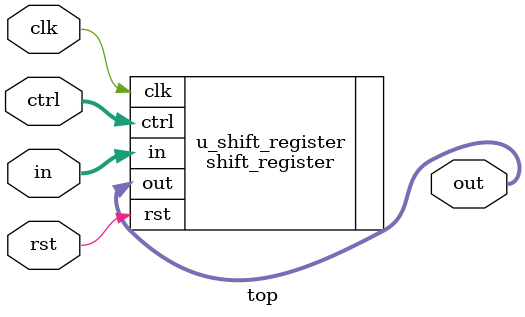
<source format=v>
module top(
        input clk,
        input rst,
        input [2:0] ctrl,
        input [7:0] in,
        output reg [7:0] out
    );

    shift_register #(.N(8)) u_shift_register (
                       .clk  	( clk   ),
                       .rst  	( rst   ),
                       .ctrl 	( ctrl  ),
                       .in   	( in    ),
                       .out  	( out   )
                   );


endmodule

</source>
